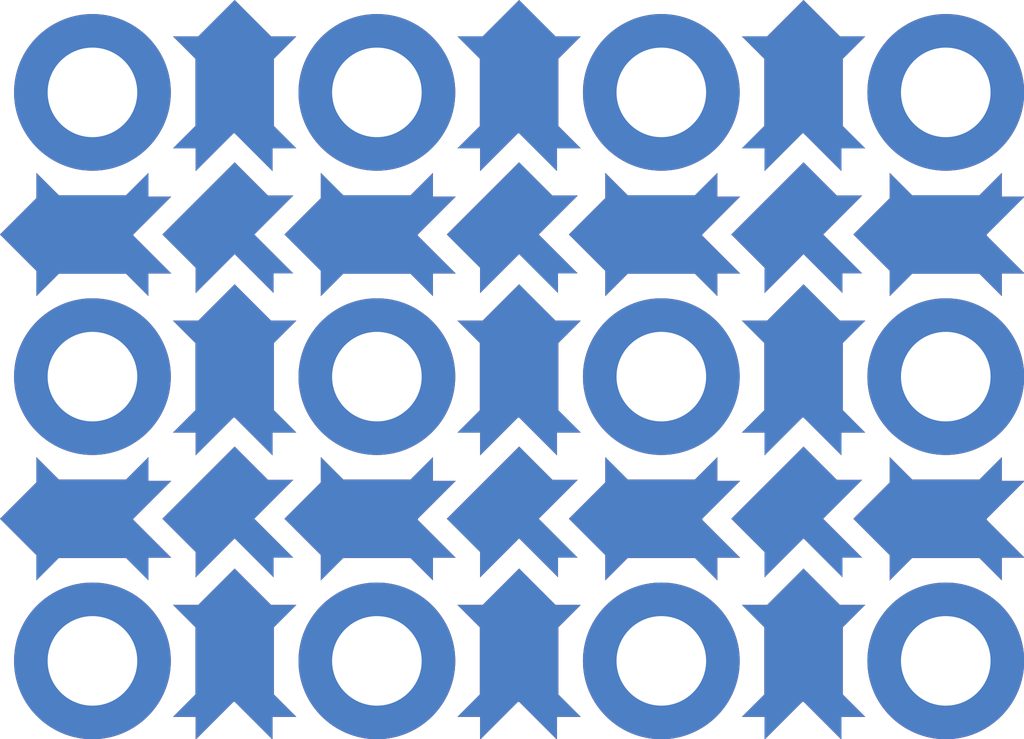
<source format=kicad_pcb>
(kicad_pcb (version 20211014) (generator pcbnew)
  (title_block (title "protoboard base pattern") (comment 1 "CC-BY 4.0") (comment 2 "See http://git.io/vNUDX"))
  (layers (0 "F.Cu" signal) (31 "B.Cu" signal) (34 "B.Paste" user) (35 "F.Paste" user) (36 "B.SilkS" user "B.Silkscreen") (37 "F.SilkS" user "F.Silkscreen") (38 "B.Mask" user) (39 "F.Mask" user) (44 "Edge.Cuts" user))
  (net 0 "")
  (footprint "modules:center-pad-spikes" (layer "F.Cu") (at 143.51 49.53)
    (fp_text reference "REF**" hide)
    (fp_text value "center-pad" hide)
    (pad "1" smd custom locked (at -0.06 -0.085) (size 0.47 0.52) (layers *.Cu *.Mask) (options (clearance outline) (anchor rect)) (primitives (gr_poly (pts (xy -0.585 0.085) (xy 0.06 -0.56) (xy 0.357 -0.263) (xy 0.583 -0.263) (xy 0.235 0.085) (xy 0.582 0.432) (xy 0.407 0.432) (xy 0.407 0.607) (xy 0.06 0.26) (xy -0.288 0.608) (xy -0.288 0.382)) (width 0.001) (fill yes))))
  )
  (footprint "modules:pad-between-spiked" (layer "F.Cu") (at 143.51 50.8)
    (fp_text reference "REF**" hide)
    (fp_text value "pad-between" hide)
    (pad "1" smd custom locked (at 0 -0.06) (size 0.7 0.85) (layers *.Cu *.Mask) (options (clearance outline) (anchor rect)) (primitives (gr_poly (pts (xy -0.55 -0.44) (xy -0.325 -0.44) (xy 0 -0.765) (xy 0.325 -0.44) (xy 0.55 -0.44) (xy 0.35 -0.24) (xy 0.35 0.36) (xy 0.55 0.56) (xy 0.338 0.56) (xy 0.338 0.763) (xy 0 0.425) (xy -0.01 0.425) (xy -0.348 0.763) (xy -0.348 0.56) (xy -0.55 0.56) (xy -0.35 0.36) (xy -0.35 -0.24)) (width 0.001) (fill yes))))
  )
  (footprint "modules:pad-between-spiked" (layer "F.Cu") (at 143.51 48.26)
    (fp_text reference "REF**" hide)
    (fp_text value "pad-between" hide)
    (pad "1" smd custom locked (at 0 -0.06) (size 0.7 0.85) (layers *.Cu *.Mask) (options (clearance outline) (anchor rect)) (primitives (gr_poly (pts (xy -0.55 -0.44) (xy -0.325 -0.44) (xy 0 -0.765) (xy 0.325 -0.44) (xy 0.55 -0.44) (xy 0.35 -0.24) (xy 0.35 0.36) (xy 0.55 0.56) (xy 0.338 0.56) (xy 0.338 0.763) (xy 0 0.425) (xy -0.01 0.425) (xy -0.348 0.763) (xy -0.348 0.56) (xy -0.55 0.56) (xy -0.35 0.36) (xy -0.35 -0.24)) (width 0.001) (fill yes))))
  )
  (footprint "modules:pad-between-spiked" (layer "F.Cu") (at 144.78 49.53 90)
    (fp_text reference "REF**" hide)
    (fp_text value "pad-between" hide)
    (pad "1" smd custom locked (at 0 -0.06 90) (size 0.7 0.85) (layers *.Cu *.Mask) (options (clearance outline) (anchor rect)) (primitives (gr_poly (pts (xy -0.55 -0.44) (xy -0.325 -0.44) (xy 0 -0.765) (xy 0.325 -0.44) (xy 0.55 -0.44) (xy 0.35 -0.24) (xy 0.35 0.36) (xy 0.55 0.56) (xy 0.338 0.56) (xy 0.338 0.763) (xy 0 0.425) (xy -0.01 0.425) (xy -0.348 0.763) (xy -0.348 0.56) (xy -0.55 0.56) (xy -0.35 0.36) (xy -0.35 -0.24)) (width 0.001) (fill yes))))
  )
  (footprint "modules:pad-between-spiked" (layer "F.Cu") (at 142.24 49.53 90)
    (fp_text reference "REF**" hide)
    (fp_text value "pad-between" hide)
    (pad "1" smd custom locked (at 0 -0.06 90) (size 0.7 0.85) (layers *.Cu *.Mask) (options (clearance outline) (anchor rect)) (primitives (gr_poly (pts (xy -0.55 -0.44) (xy -0.325 -0.44) (xy 0 -0.765) (xy 0.325 -0.44) (xy 0.55 -0.44) (xy 0.35 -0.24) (xy 0.35 0.36) (xy 0.55 0.56) (xy 0.338 0.56) (xy 0.338 0.763) (xy 0 0.425) (xy -0.01 0.425) (xy -0.348 0.763) (xy -0.348 0.56) (xy -0.55 0.56) (xy -0.35 0.36) (xy -0.35 -0.24)) (width 0.001) (fill yes))))
  )
  (footprint "modules:center-pad-spikes" (layer "F.Cu") (at 146.05 49.53)
    (fp_text reference "REF**" hide)
    (fp_text value "center-pad" hide)
    (pad "1" smd custom locked (at -0.06 -0.085) (size 0.47 0.52) (layers *.Cu *.Mask) (options (clearance outline) (anchor rect)) (primitives (gr_poly (pts (xy -0.585 0.085) (xy 0.06 -0.56) (xy 0.357 -0.263) (xy 0.583 -0.263) (xy 0.235 0.085) (xy 0.582 0.432) (xy 0.407 0.432) (xy 0.407 0.607) (xy 0.06 0.26) (xy -0.288 0.608) (xy -0.288 0.382)) (width 0.001) (fill yes))))
  )
  (footprint "modules:pad-between-spiked" (layer "F.Cu") (at 146.05 50.8)
    (fp_text reference "REF**" hide)
    (fp_text value "pad-between" hide)
    (pad "1" smd custom locked (at 0 -0.06) (size 0.7 0.85) (layers *.Cu *.Mask) (options (clearance outline) (anchor rect)) (primitives (gr_poly (pts (xy -0.55 -0.44) (xy -0.325 -0.44) (xy 0 -0.765) (xy 0.325 -0.44) (xy 0.55 -0.44) (xy 0.35 -0.24) (xy 0.35 0.36) (xy 0.55 0.56) (xy 0.338 0.56) (xy 0.338 0.763) (xy 0 0.425) (xy -0.01 0.425) (xy -0.348 0.763) (xy -0.348 0.56) (xy -0.55 0.56) (xy -0.35 0.36) (xy -0.35 -0.24)) (width 0.001) (fill yes))))
  )
  (footprint "modules:pad-between-spiked" (layer "F.Cu") (at 146.05 48.26)
    (fp_text reference "REF**" hide)
    (fp_text value "pad-between" hide)
    (pad "1" smd custom locked (at 0 -0.06) (size 0.7 0.85) (layers *.Cu *.Mask) (options (clearance outline) (anchor rect)) (primitives (gr_poly (pts (xy -0.55 -0.44) (xy -0.325 -0.44) (xy 0 -0.765) (xy 0.325 -0.44) (xy 0.55 -0.44) (xy 0.35 -0.24) (xy 0.35 0.36) (xy 0.55 0.56) (xy 0.338 0.56) (xy 0.338 0.763) (xy 0 0.425) (xy -0.01 0.425) (xy -0.348 0.763) (xy -0.348 0.56) (xy -0.55 0.56) (xy -0.35 0.36) (xy -0.35 -0.24)) (width 0.001) (fill yes))))
  )
  (footprint "modules:pad-between-spiked" (layer "F.Cu") (at 147.32 49.53 90)
    (fp_text reference "REF**" hide)
    (fp_text value "pad-between" hide)
    (pad "1" smd custom locked (at 0 -0.06 90) (size 0.7 0.85) (layers *.Cu *.Mask) (options (clearance outline) (anchor rect)) (primitives (gr_poly (pts (xy -0.55 -0.44) (xy -0.325 -0.44) (xy 0 -0.765) (xy 0.325 -0.44) (xy 0.55 -0.44) (xy 0.35 -0.24) (xy 0.35 0.36) (xy 0.55 0.56) (xy 0.338 0.56) (xy 0.338 0.763) (xy 0 0.425) (xy -0.01 0.425) (xy -0.348 0.763) (xy -0.348 0.56) (xy -0.55 0.56) (xy -0.35 0.36) (xy -0.35 -0.24)) (width 0.001) (fill yes))))
  )
  (footprint "modules:pad-between-spiked" (layer "F.Cu") (at 149.86 49.53 90)
    (fp_text reference "REF**" hide)
    (fp_text value "pad-between" hide)
    (pad "1" smd custom locked (at 0 -0.06 90) (size 0.7 0.85) (layers *.Cu *.Mask) (options (clearance outline) (anchor rect)) (primitives (gr_poly (pts (xy -0.55 -0.44) (xy -0.325 -0.44) (xy 0 -0.765) (xy 0.325 -0.44) (xy 0.55 -0.44) (xy 0.35 -0.24) (xy 0.35 0.36) (xy 0.55 0.56) (xy 0.338 0.56) (xy 0.338 0.763) (xy 0 0.425) (xy -0.01 0.425) (xy -0.348 0.763) (xy -0.348 0.56) (xy -0.55 0.56) (xy -0.35 0.36) (xy -0.35 -0.24)) (width 0.001) (fill yes))))
  )
  (footprint "modules:pad-between-spiked" (layer "F.Cu") (at 148.59 48.26)
    (fp_text reference "REF**" hide)
    (fp_text value "pad-between" hide)
    (pad "1" smd custom locked (at 0 -0.06) (size 0.7 0.85) (layers *.Cu *.Mask) (options (clearance outline) (anchor rect)) (primitives (gr_poly (pts (xy -0.55 -0.44) (xy -0.325 -0.44) (xy 0 -0.765) (xy 0.325 -0.44) (xy 0.55 -0.44) (xy 0.35 -0.24) (xy 0.35 0.36) (xy 0.55 0.56) (xy 0.338 0.56) (xy 0.338 0.763) (xy 0 0.425) (xy -0.01 0.425) (xy -0.348 0.763) (xy -0.348 0.56) (xy -0.55 0.56) (xy -0.35 0.36) (xy -0.35 -0.24)) (width 0.001) (fill yes))))
  )
  (footprint "modules:pad-between-spiked" (layer "F.Cu") (at 148.59 50.8)
    (fp_text reference "REF**" hide)
    (fp_text value "pad-between" hide)
    (pad "1" smd custom locked (at 0 -0.06) (size 0.7 0.85) (layers *.Cu *.Mask) (options (clearance outline) (anchor rect)) (primitives (gr_poly (pts (xy -0.55 -0.44) (xy -0.325 -0.44) (xy 0 -0.765) (xy 0.325 -0.44) (xy 0.55 -0.44) (xy 0.35 -0.24) (xy 0.35 0.36) (xy 0.55 0.56) (xy 0.338 0.56) (xy 0.338 0.763) (xy 0 0.425) (xy -0.01 0.425) (xy -0.348 0.763) (xy -0.348 0.56) (xy -0.55 0.56) (xy -0.35 0.36) (xy -0.35 -0.24)) (width 0.001) (fill yes))))
  )
  (footprint "modules:center-pad-spikes" (layer "F.Cu") (at 148.59 49.53)
    (fp_text reference "REF**" hide)
    (fp_text value "center-pad" hide)
    (pad "1" smd custom locked (at -0.06 -0.085) (size 0.47 0.52) (layers *.Cu *.Mask) (options (clearance outline) (anchor rect)) (primitives (gr_poly (pts (xy -0.585 0.085) (xy 0.06 -0.56) (xy 0.357 -0.263) (xy 0.583 -0.263) (xy 0.235 0.085) (xy 0.582 0.432) (xy 0.407 0.432) (xy 0.407 0.607) (xy 0.06 0.26) (xy -0.288 0.608) (xy -0.288 0.382)) (width 0.001) (fill yes))))
  )
  (footprint "modules:center-pad-spikes" (layer "F.Cu") (at 148.59 46.99)
    (fp_text reference "REF**" hide)
    (fp_text value "center-pad" hide)
    (pad "1" smd custom locked (at -0.06 -0.085) (size 0.47 0.52) (layers *.Cu *.Mask) (options (clearance outline) (anchor rect)) (primitives (gr_poly (pts (xy -0.585 0.085) (xy 0.06 -0.56) (xy 0.357 -0.263) (xy 0.583 -0.263) (xy 0.235 0.085) (xy 0.582 0.432) (xy 0.407 0.432) (xy 0.407 0.607) (xy 0.06 0.26) (xy -0.288 0.608) (xy -0.288 0.382)) (width 0.001) (fill yes))))
  )
  (footprint "modules:pad-between-spiked" (layer "F.Cu") (at 148.59 45.72)
    (fp_text reference "REF**" hide)
    (fp_text value "pad-between" hide)
    (pad "1" smd custom locked (at 0 -0.06) (size 0.7 0.85) (layers *.Cu *.Mask) (options (clearance outline) (anchor rect)) (primitives (gr_poly (pts (xy -0.55 -0.44) (xy -0.325 -0.44) (xy 0 -0.765) (xy 0.325 -0.44) (xy 0.55 -0.44) (xy 0.35 -0.24) (xy 0.35 0.36) (xy 0.55 0.56) (xy 0.338 0.56) (xy 0.338 0.763) (xy 0 0.425) (xy -0.01 0.425) (xy -0.348 0.763) (xy -0.348 0.56) (xy -0.55 0.56) (xy -0.35 0.36) (xy -0.35 -0.24)) (width 0.001) (fill yes))))
  )
  (footprint "modules:pad-between-spiked" (layer "F.Cu") (at 149.86 46.99 90)
    (fp_text reference "REF**" hide)
    (fp_text value "pad-between" hide)
    (pad "1" smd custom locked (at 0 -0.06 90) (size 0.7 0.85) (layers *.Cu *.Mask) (options (clearance outline) (anchor rect)) (primitives (gr_poly (pts (xy -0.55 -0.44) (xy -0.325 -0.44) (xy 0 -0.765) (xy 0.325 -0.44) (xy 0.55 -0.44) (xy 0.35 -0.24) (xy 0.35 0.36) (xy 0.55 0.56) (xy 0.338 0.56) (xy 0.338 0.763) (xy 0 0.425) (xy -0.01 0.425) (xy -0.348 0.763) (xy -0.348 0.56) (xy -0.55 0.56) (xy -0.35 0.36) (xy -0.35 -0.24)) (width 0.001) (fill yes))))
  )
  (footprint "modules:pad-between-spiked" (layer "F.Cu") (at 147.32 46.99 90)
    (fp_text reference "REF**" hide)
    (fp_text value "pad-between" hide)
    (pad "1" smd custom locked (at 0 -0.06 90) (size 0.7 0.85) (layers *.Cu *.Mask) (options (clearance outline) (anchor rect)) (primitives (gr_poly (pts (xy -0.55 -0.44) (xy -0.325 -0.44) (xy 0 -0.765) (xy 0.325 -0.44) (xy 0.55 -0.44) (xy 0.35 -0.24) (xy 0.35 0.36) (xy 0.55 0.56) (xy 0.338 0.56) (xy 0.338 0.763) (xy 0 0.425) (xy -0.01 0.425) (xy -0.348 0.763) (xy -0.348 0.56) (xy -0.55 0.56) (xy -0.35 0.36) (xy -0.35 -0.24)) (width 0.001) (fill yes))))
  )
  (footprint "modules:pad-between-spiked" (layer "F.Cu") (at 146.05 45.72)
    (fp_text reference "REF**" hide)
    (fp_text value "pad-between" hide)
    (pad "1" smd custom locked (at 0 -0.06) (size 0.7 0.85) (layers *.Cu *.Mask) (options (clearance outline) (anchor rect)) (primitives (gr_poly (pts (xy -0.55 -0.44) (xy -0.325 -0.44) (xy 0 -0.765) (xy 0.325 -0.44) (xy 0.55 -0.44) (xy 0.35 -0.24) (xy 0.35 0.36) (xy 0.55 0.56) (xy 0.338 0.56) (xy 0.338 0.763) (xy 0 0.425) (xy -0.01 0.425) (xy -0.348 0.763) (xy -0.348 0.56) (xy -0.55 0.56) (xy -0.35 0.36) (xy -0.35 -0.24)) (width 0.001) (fill yes))))
  )
  (footprint "modules:center-pad-spikes" (layer "F.Cu") (at 146.05 46.99)
    (fp_text reference "REF**" hide)
    (fp_text value "center-pad" hide)
    (pad "1" smd custom locked (at -0.06 -0.085) (size 0.47 0.52) (layers *.Cu *.Mask) (options (clearance outline) (anchor rect)) (primitives (gr_poly (pts (xy -0.585 0.085) (xy 0.06 -0.56) (xy 0.357 -0.263) (xy 0.583 -0.263) (xy 0.235 0.085) (xy 0.582 0.432) (xy 0.407 0.432) (xy 0.407 0.607) (xy 0.06 0.26) (xy -0.288 0.608) (xy -0.288 0.382)) (width 0.001) (fill yes))))
  )
  (footprint "modules:center-pad-spikes" (layer "F.Cu") (at 143.51 46.99)
    (fp_text reference "REF**" hide)
    (fp_text value "center-pad" hide)
    (pad "1" smd custom locked (at -0.06 -0.085) (size 0.47 0.52) (layers *.Cu *.Mask) (options (clearance outline) (anchor rect)) (primitives (gr_poly (pts (xy -0.585 0.085) (xy 0.06 -0.56) (xy 0.357 -0.263) (xy 0.583 -0.263) (xy 0.235 0.085) (xy 0.582 0.432) (xy 0.407 0.432) (xy 0.407 0.607) (xy 0.06 0.26) (xy -0.288 0.608) (xy -0.288 0.382)) (width 0.001) (fill yes))))
  )
  (footprint "modules:pad-between-spiked" (layer "F.Cu") (at 143.51 45.72)
    (fp_text reference "REF**" hide)
    (fp_text value "pad-between" hide)
    (pad "1" smd custom locked (at 0 -0.06) (size 0.7 0.85) (layers *.Cu *.Mask) (options (clearance outline) (anchor rect)) (primitives (gr_poly (pts (xy -0.55 -0.44) (xy -0.325 -0.44) (xy 0 -0.765) (xy 0.325 -0.44) (xy 0.55 -0.44) (xy 0.35 -0.24) (xy 0.35 0.36) (xy 0.55 0.56) (xy 0.338 0.56) (xy 0.338 0.763) (xy 0 0.425) (xy -0.01 0.425) (xy -0.348 0.763) (xy -0.348 0.56) (xy -0.55 0.56) (xy -0.35 0.36) (xy -0.35 -0.24)) (width 0.001) (fill yes))))
  )
  (footprint "modules:pad-between-spiked" (layer "F.Cu") (at 144.78 46.99 90)
    (fp_text reference "REF**" hide)
    (fp_text value "pad-between" hide)
    (pad "1" smd custom locked (at 0 -0.06 90) (size 0.7 0.85) (layers *.Cu *.Mask) (options (clearance outline) (anchor rect)) (primitives (gr_poly (pts (xy -0.55 -0.44) (xy -0.325 -0.44) (xy 0 -0.765) (xy 0.325 -0.44) (xy 0.55 -0.44) (xy 0.35 -0.24) (xy 0.35 0.36) (xy 0.55 0.56) (xy 0.338 0.56) (xy 0.338 0.763) (xy 0 0.425) (xy -0.01 0.425) (xy -0.348 0.763) (xy -0.348 0.56) (xy -0.55 0.56) (xy -0.35 0.36) (xy -0.35 -0.24)) (width 0.001) (fill yes))))
  )
  (footprint "modules:pad-between-spiked" (layer "F.Cu") (at 142.24 46.99 90)
    (fp_text reference "REF**" hide)
    (fp_text value "pad-between" hide)
    (pad "1" smd custom locked (at 0 -0.06 90) (size 0.7 0.85) (layers *.Cu *.Mask) (options (clearance outline) (anchor rect)) (primitives (gr_poly (pts (xy -0.55 -0.44) (xy -0.325 -0.44) (xy 0 -0.765) (xy 0.325 -0.44) (xy 0.55 -0.44) (xy 0.35 -0.24) (xy 0.35 0.36) (xy 0.55 0.56) (xy 0.338 0.56) (xy 0.338 0.763) (xy 0 0.425) (xy -0.01 0.425) (xy -0.348 0.763) (xy -0.348 0.56) (xy -0.55 0.56) (xy -0.35 0.36) (xy -0.35 -0.24)) (width 0.001) (fill yes))))
  )
  (footprint "modules:tht-0.8" (layer "F.Cu") (at 142.24 45.72)
    (fp_text reference "REF**" hide)
    (fp_text value "tht-0.8" hide)
    (pad "1" thru_hole circle locked (at 0 0) (size 1.4 1.4) (drill 0.8) (layers *.Cu *.Mask))
  )
  (footprint "modules:tht-0.8" (layer "F.Cu") (at 144.78 45.72)
    (fp_text reference "REF**" hide)
    (fp_text value "tht-0.8" hide)
    (pad "1" thru_hole circle locked (at 0 0) (size 1.4 1.4) (drill 0.8) (layers *.Cu *.Mask))
  )
  (footprint "modules:tht-0.8" (layer "F.Cu") (at 147.32 45.72)
    (fp_text reference "REF**" hide)
    (fp_text value "tht-0.8" hide)
    (pad "1" thru_hole circle locked (at 0 0) (size 1.4 1.4) (drill 0.8) (layers *.Cu *.Mask))
  )
  (footprint "modules:tht-0.8" (layer "F.Cu") (at 149.86 45.72)
    (fp_text reference "REF**" hide)
    (fp_text value "tht-0.8" hide)
    (pad "1" thru_hole circle locked (at 0 0) (size 1.4 1.4) (drill 0.8) (layers *.Cu *.Mask))
  )
  (footprint "modules:tht-0.8" (layer "F.Cu") (at 149.86 48.26)
    (fp_text reference "REF**" hide)
    (fp_text value "tht-0.8" hide)
    (pad "1" thru_hole circle locked (at 0 0) (size 1.4 1.4) (drill 0.8) (layers *.Cu *.Mask))
  )
  (footprint "modules:tht-0.8" (layer "F.Cu") (at 147.32 48.26)
    (fp_text reference "REF**" hide)
    (fp_text value "tht-0.8" hide)
    (pad "1" thru_hole circle locked (at 0 0) (size 1.4 1.4) (drill 0.8) (layers *.Cu *.Mask))
  )
  (footprint "modules:tht-0.8" (layer "F.Cu") (at 144.78 48.26)
    (fp_text reference "REF**" hide)
    (fp_text value "tht-0.8" hide)
    (pad "1" thru_hole circle locked (at 0 0) (size 1.4 1.4) (drill 0.8) (layers *.Cu *.Mask))
  )
  (footprint "modules:tht-0.8" (layer "F.Cu") (at 142.24 48.26)
    (fp_text reference "REF**" hide)
    (fp_text value "tht-0.8" hide)
    (pad "1" thru_hole circle locked (at 0 0) (size 1.4 1.4) (drill 0.8) (layers *.Cu *.Mask))
  )
  (footprint "modules:tht-0.8" (layer "F.Cu") (at 142.24 50.8)
    (fp_text reference "REF**" hide)
    (fp_text value "tht-0.8" hide)
    (pad "1" thru_hole circle locked (at 0 0) (size 1.4 1.4) (drill 0.8) (layers *.Cu *.Mask))
  )
  (footprint "modules:tht-0.8" (layer "F.Cu") (at 144.78 50.8)
    (fp_text reference "REF**" hide)
    (fp_text value "tht-0.8" hide)
    (pad "1" thru_hole circle locked (at 0 0) (size 1.4 1.4) (drill 0.8) (layers *.Cu *.Mask))
  )
  (footprint "modules:tht-0.8" (layer "F.Cu") (at 147.32 50.8)
    (fp_text reference "REF**" hide)
    (fp_text value "tht-0.8" hide)
    (pad "1" thru_hole circle locked (at 0 0) (size 1.4 1.4) (drill 0.8) (layers *.Cu *.Mask))
  )
  (footprint "modules:tht-0.8" (layer "F.Cu") (at 149.86 50.8)
    (fp_text reference "REF**" hide)
    (fp_text value "tht-0.8" hide)
    (pad "1" thru_hole circle locked (at 0 0) (size 1.4 1.4) (drill 0.8) (layers *.Cu *.Mask))
  )
)
</source>
